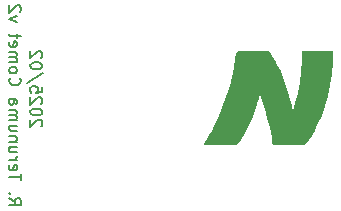
<source format=gbr>
%TF.GenerationSoftware,KiCad,Pcbnew,8.0.4-8.0.4-0~ubuntu22.04.1*%
%TF.CreationDate,2025-02-28T00:25:37+09:00*%
%TF.ProjectId,main,6d61696e-2e6b-4696-9361-645f70636258,rev?*%
%TF.SameCoordinates,Original*%
%TF.FileFunction,Legend,Bot*%
%TF.FilePolarity,Positive*%
%FSLAX46Y46*%
G04 Gerber Fmt 4.6, Leading zero omitted, Abs format (unit mm)*
G04 Created by KiCad (PCBNEW 8.0.4-8.0.4-0~ubuntu22.04.1) date 2025-02-28 00:25:37*
%MOMM*%
%LPD*%
G01*
G04 APERTURE LIST*
%ADD10C,0.150000*%
%ADD11C,0.000000*%
%ADD12C,1.100000*%
%ADD13C,0.600000*%
%ADD14R,0.900000X2.100000*%
%ADD15R,0.700000X1.500000*%
%ADD16O,1.000000X1.000000*%
%ADD17R,1.000000X1.000000*%
%ADD18O,0.850000X0.850000*%
%ADD19R,0.850000X0.850000*%
%ADD20O,2.500000X1.800000*%
G04 APERTURE END LIST*
D10*
X137084942Y-99960839D02*
X137132561Y-99913220D01*
X137132561Y-99913220D02*
X137180180Y-99817982D01*
X137180180Y-99817982D02*
X137180180Y-99579887D01*
X137180180Y-99579887D02*
X137132561Y-99484649D01*
X137132561Y-99484649D02*
X137084942Y-99437030D01*
X137084942Y-99437030D02*
X136989704Y-99389411D01*
X136989704Y-99389411D02*
X136894466Y-99389411D01*
X136894466Y-99389411D02*
X136751609Y-99437030D01*
X136751609Y-99437030D02*
X136180180Y-100008458D01*
X136180180Y-100008458D02*
X136180180Y-99389411D01*
X137180180Y-98770363D02*
X137180180Y-98675125D01*
X137180180Y-98675125D02*
X137132561Y-98579887D01*
X137132561Y-98579887D02*
X137084942Y-98532268D01*
X137084942Y-98532268D02*
X136989704Y-98484649D01*
X136989704Y-98484649D02*
X136799228Y-98437030D01*
X136799228Y-98437030D02*
X136561133Y-98437030D01*
X136561133Y-98437030D02*
X136370657Y-98484649D01*
X136370657Y-98484649D02*
X136275419Y-98532268D01*
X136275419Y-98532268D02*
X136227800Y-98579887D01*
X136227800Y-98579887D02*
X136180180Y-98675125D01*
X136180180Y-98675125D02*
X136180180Y-98770363D01*
X136180180Y-98770363D02*
X136227800Y-98865601D01*
X136227800Y-98865601D02*
X136275419Y-98913220D01*
X136275419Y-98913220D02*
X136370657Y-98960839D01*
X136370657Y-98960839D02*
X136561133Y-99008458D01*
X136561133Y-99008458D02*
X136799228Y-99008458D01*
X136799228Y-99008458D02*
X136989704Y-98960839D01*
X136989704Y-98960839D02*
X137084942Y-98913220D01*
X137084942Y-98913220D02*
X137132561Y-98865601D01*
X137132561Y-98865601D02*
X137180180Y-98770363D01*
X137084942Y-98056077D02*
X137132561Y-98008458D01*
X137132561Y-98008458D02*
X137180180Y-97913220D01*
X137180180Y-97913220D02*
X137180180Y-97675125D01*
X137180180Y-97675125D02*
X137132561Y-97579887D01*
X137132561Y-97579887D02*
X137084942Y-97532268D01*
X137084942Y-97532268D02*
X136989704Y-97484649D01*
X136989704Y-97484649D02*
X136894466Y-97484649D01*
X136894466Y-97484649D02*
X136751609Y-97532268D01*
X136751609Y-97532268D02*
X136180180Y-98103696D01*
X136180180Y-98103696D02*
X136180180Y-97484649D01*
X137180180Y-96579887D02*
X137180180Y-97056077D01*
X137180180Y-97056077D02*
X136703990Y-97103696D01*
X136703990Y-97103696D02*
X136751609Y-97056077D01*
X136751609Y-97056077D02*
X136799228Y-96960839D01*
X136799228Y-96960839D02*
X136799228Y-96722744D01*
X136799228Y-96722744D02*
X136751609Y-96627506D01*
X136751609Y-96627506D02*
X136703990Y-96579887D01*
X136703990Y-96579887D02*
X136608752Y-96532268D01*
X136608752Y-96532268D02*
X136370657Y-96532268D01*
X136370657Y-96532268D02*
X136275419Y-96579887D01*
X136275419Y-96579887D02*
X136227800Y-96627506D01*
X136227800Y-96627506D02*
X136180180Y-96722744D01*
X136180180Y-96722744D02*
X136180180Y-96960839D01*
X136180180Y-96960839D02*
X136227800Y-97056077D01*
X136227800Y-97056077D02*
X136275419Y-97103696D01*
X137227800Y-95389411D02*
X135942085Y-96246553D01*
X137180180Y-94865601D02*
X137180180Y-94770363D01*
X137180180Y-94770363D02*
X137132561Y-94675125D01*
X137132561Y-94675125D02*
X137084942Y-94627506D01*
X137084942Y-94627506D02*
X136989704Y-94579887D01*
X136989704Y-94579887D02*
X136799228Y-94532268D01*
X136799228Y-94532268D02*
X136561133Y-94532268D01*
X136561133Y-94532268D02*
X136370657Y-94579887D01*
X136370657Y-94579887D02*
X136275419Y-94627506D01*
X136275419Y-94627506D02*
X136227800Y-94675125D01*
X136227800Y-94675125D02*
X136180180Y-94770363D01*
X136180180Y-94770363D02*
X136180180Y-94865601D01*
X136180180Y-94865601D02*
X136227800Y-94960839D01*
X136227800Y-94960839D02*
X136275419Y-95008458D01*
X136275419Y-95008458D02*
X136370657Y-95056077D01*
X136370657Y-95056077D02*
X136561133Y-95103696D01*
X136561133Y-95103696D02*
X136799228Y-95103696D01*
X136799228Y-95103696D02*
X136989704Y-95056077D01*
X136989704Y-95056077D02*
X137084942Y-95008458D01*
X137084942Y-95008458D02*
X137132561Y-94960839D01*
X137132561Y-94960839D02*
X137180180Y-94865601D01*
X137084942Y-94151315D02*
X137132561Y-94103696D01*
X137132561Y-94103696D02*
X137180180Y-94008458D01*
X137180180Y-94008458D02*
X137180180Y-93770363D01*
X137180180Y-93770363D02*
X137132561Y-93675125D01*
X137132561Y-93675125D02*
X137084942Y-93627506D01*
X137084942Y-93627506D02*
X136989704Y-93579887D01*
X136989704Y-93579887D02*
X136894466Y-93579887D01*
X136894466Y-93579887D02*
X136751609Y-93627506D01*
X136751609Y-93627506D02*
X136180180Y-94198934D01*
X136180180Y-94198934D02*
X136180180Y-93579887D01*
X134380180Y-106041792D02*
X134856371Y-106375125D01*
X134380180Y-106613220D02*
X135380180Y-106613220D01*
X135380180Y-106613220D02*
X135380180Y-106232268D01*
X135380180Y-106232268D02*
X135332561Y-106137030D01*
X135332561Y-106137030D02*
X135284942Y-106089411D01*
X135284942Y-106089411D02*
X135189704Y-106041792D01*
X135189704Y-106041792D02*
X135046847Y-106041792D01*
X135046847Y-106041792D02*
X134951609Y-106089411D01*
X134951609Y-106089411D02*
X134903990Y-106137030D01*
X134903990Y-106137030D02*
X134856371Y-106232268D01*
X134856371Y-106232268D02*
X134856371Y-106613220D01*
X134475419Y-105613220D02*
X134427800Y-105565601D01*
X134427800Y-105565601D02*
X134380180Y-105613220D01*
X134380180Y-105613220D02*
X134427800Y-105660839D01*
X134427800Y-105660839D02*
X134475419Y-105613220D01*
X134475419Y-105613220D02*
X134380180Y-105613220D01*
X135380180Y-104517982D02*
X135380180Y-103946554D01*
X134380180Y-104232268D02*
X135380180Y-104232268D01*
X134427800Y-103232268D02*
X134380180Y-103327506D01*
X134380180Y-103327506D02*
X134380180Y-103517982D01*
X134380180Y-103517982D02*
X134427800Y-103613220D01*
X134427800Y-103613220D02*
X134523038Y-103660839D01*
X134523038Y-103660839D02*
X134903990Y-103660839D01*
X134903990Y-103660839D02*
X134999228Y-103613220D01*
X134999228Y-103613220D02*
X135046847Y-103517982D01*
X135046847Y-103517982D02*
X135046847Y-103327506D01*
X135046847Y-103327506D02*
X134999228Y-103232268D01*
X134999228Y-103232268D02*
X134903990Y-103184649D01*
X134903990Y-103184649D02*
X134808752Y-103184649D01*
X134808752Y-103184649D02*
X134713514Y-103660839D01*
X134380180Y-102756077D02*
X135046847Y-102756077D01*
X134856371Y-102756077D02*
X134951609Y-102708458D01*
X134951609Y-102708458D02*
X134999228Y-102660839D01*
X134999228Y-102660839D02*
X135046847Y-102565601D01*
X135046847Y-102565601D02*
X135046847Y-102470363D01*
X135046847Y-101708458D02*
X134380180Y-101708458D01*
X135046847Y-102137029D02*
X134523038Y-102137029D01*
X134523038Y-102137029D02*
X134427800Y-102089410D01*
X134427800Y-102089410D02*
X134380180Y-101994172D01*
X134380180Y-101994172D02*
X134380180Y-101851315D01*
X134380180Y-101851315D02*
X134427800Y-101756077D01*
X134427800Y-101756077D02*
X134475419Y-101708458D01*
X135046847Y-101232267D02*
X134380180Y-101232267D01*
X134951609Y-101232267D02*
X134999228Y-101184648D01*
X134999228Y-101184648D02*
X135046847Y-101089410D01*
X135046847Y-101089410D02*
X135046847Y-100946553D01*
X135046847Y-100946553D02*
X134999228Y-100851315D01*
X134999228Y-100851315D02*
X134903990Y-100803696D01*
X134903990Y-100803696D02*
X134380180Y-100803696D01*
X135046847Y-99898934D02*
X134380180Y-99898934D01*
X135046847Y-100327505D02*
X134523038Y-100327505D01*
X134523038Y-100327505D02*
X134427800Y-100279886D01*
X134427800Y-100279886D02*
X134380180Y-100184648D01*
X134380180Y-100184648D02*
X134380180Y-100041791D01*
X134380180Y-100041791D02*
X134427800Y-99946553D01*
X134427800Y-99946553D02*
X134475419Y-99898934D01*
X134380180Y-99422743D02*
X135046847Y-99422743D01*
X134951609Y-99422743D02*
X134999228Y-99375124D01*
X134999228Y-99375124D02*
X135046847Y-99279886D01*
X135046847Y-99279886D02*
X135046847Y-99137029D01*
X135046847Y-99137029D02*
X134999228Y-99041791D01*
X134999228Y-99041791D02*
X134903990Y-98994172D01*
X134903990Y-98994172D02*
X134380180Y-98994172D01*
X134903990Y-98994172D02*
X134999228Y-98946553D01*
X134999228Y-98946553D02*
X135046847Y-98851315D01*
X135046847Y-98851315D02*
X135046847Y-98708458D01*
X135046847Y-98708458D02*
X134999228Y-98613219D01*
X134999228Y-98613219D02*
X134903990Y-98565600D01*
X134903990Y-98565600D02*
X134380180Y-98565600D01*
X134380180Y-97660839D02*
X134903990Y-97660839D01*
X134903990Y-97660839D02*
X134999228Y-97708458D01*
X134999228Y-97708458D02*
X135046847Y-97803696D01*
X135046847Y-97803696D02*
X135046847Y-97994172D01*
X135046847Y-97994172D02*
X134999228Y-98089410D01*
X134427800Y-97660839D02*
X134380180Y-97756077D01*
X134380180Y-97756077D02*
X134380180Y-97994172D01*
X134380180Y-97994172D02*
X134427800Y-98089410D01*
X134427800Y-98089410D02*
X134523038Y-98137029D01*
X134523038Y-98137029D02*
X134618276Y-98137029D01*
X134618276Y-98137029D02*
X134713514Y-98089410D01*
X134713514Y-98089410D02*
X134761133Y-97994172D01*
X134761133Y-97994172D02*
X134761133Y-97756077D01*
X134761133Y-97756077D02*
X134808752Y-97660839D01*
X134475419Y-95851315D02*
X134427800Y-95898934D01*
X134427800Y-95898934D02*
X134380180Y-96041791D01*
X134380180Y-96041791D02*
X134380180Y-96137029D01*
X134380180Y-96137029D02*
X134427800Y-96279886D01*
X134427800Y-96279886D02*
X134523038Y-96375124D01*
X134523038Y-96375124D02*
X134618276Y-96422743D01*
X134618276Y-96422743D02*
X134808752Y-96470362D01*
X134808752Y-96470362D02*
X134951609Y-96470362D01*
X134951609Y-96470362D02*
X135142085Y-96422743D01*
X135142085Y-96422743D02*
X135237323Y-96375124D01*
X135237323Y-96375124D02*
X135332561Y-96279886D01*
X135332561Y-96279886D02*
X135380180Y-96137029D01*
X135380180Y-96137029D02*
X135380180Y-96041791D01*
X135380180Y-96041791D02*
X135332561Y-95898934D01*
X135332561Y-95898934D02*
X135284942Y-95851315D01*
X134380180Y-95279886D02*
X134427800Y-95375124D01*
X134427800Y-95375124D02*
X134475419Y-95422743D01*
X134475419Y-95422743D02*
X134570657Y-95470362D01*
X134570657Y-95470362D02*
X134856371Y-95470362D01*
X134856371Y-95470362D02*
X134951609Y-95422743D01*
X134951609Y-95422743D02*
X134999228Y-95375124D01*
X134999228Y-95375124D02*
X135046847Y-95279886D01*
X135046847Y-95279886D02*
X135046847Y-95137029D01*
X135046847Y-95137029D02*
X134999228Y-95041791D01*
X134999228Y-95041791D02*
X134951609Y-94994172D01*
X134951609Y-94994172D02*
X134856371Y-94946553D01*
X134856371Y-94946553D02*
X134570657Y-94946553D01*
X134570657Y-94946553D02*
X134475419Y-94994172D01*
X134475419Y-94994172D02*
X134427800Y-95041791D01*
X134427800Y-95041791D02*
X134380180Y-95137029D01*
X134380180Y-95137029D02*
X134380180Y-95279886D01*
X134380180Y-94517981D02*
X135046847Y-94517981D01*
X134951609Y-94517981D02*
X134999228Y-94470362D01*
X134999228Y-94470362D02*
X135046847Y-94375124D01*
X135046847Y-94375124D02*
X135046847Y-94232267D01*
X135046847Y-94232267D02*
X134999228Y-94137029D01*
X134999228Y-94137029D02*
X134903990Y-94089410D01*
X134903990Y-94089410D02*
X134380180Y-94089410D01*
X134903990Y-94089410D02*
X134999228Y-94041791D01*
X134999228Y-94041791D02*
X135046847Y-93946553D01*
X135046847Y-93946553D02*
X135046847Y-93803696D01*
X135046847Y-93803696D02*
X134999228Y-93708457D01*
X134999228Y-93708457D02*
X134903990Y-93660838D01*
X134903990Y-93660838D02*
X134380180Y-93660838D01*
X134427800Y-92803696D02*
X134380180Y-92898934D01*
X134380180Y-92898934D02*
X134380180Y-93089410D01*
X134380180Y-93089410D02*
X134427800Y-93184648D01*
X134427800Y-93184648D02*
X134523038Y-93232267D01*
X134523038Y-93232267D02*
X134903990Y-93232267D01*
X134903990Y-93232267D02*
X134999228Y-93184648D01*
X134999228Y-93184648D02*
X135046847Y-93089410D01*
X135046847Y-93089410D02*
X135046847Y-92898934D01*
X135046847Y-92898934D02*
X134999228Y-92803696D01*
X134999228Y-92803696D02*
X134903990Y-92756077D01*
X134903990Y-92756077D02*
X134808752Y-92756077D01*
X134808752Y-92756077D02*
X134713514Y-93232267D01*
X135046847Y-92470362D02*
X135046847Y-92089410D01*
X135380180Y-92327505D02*
X134523038Y-92327505D01*
X134523038Y-92327505D02*
X134427800Y-92279886D01*
X134427800Y-92279886D02*
X134380180Y-92184648D01*
X134380180Y-92184648D02*
X134380180Y-92089410D01*
X135046847Y-91089409D02*
X134380180Y-90851314D01*
X134380180Y-90851314D02*
X135046847Y-90613219D01*
X135284942Y-90279885D02*
X135332561Y-90232266D01*
X135332561Y-90232266D02*
X135380180Y-90137028D01*
X135380180Y-90137028D02*
X135380180Y-89898933D01*
X135380180Y-89898933D02*
X135332561Y-89803695D01*
X135332561Y-89803695D02*
X135284942Y-89756076D01*
X135284942Y-89756076D02*
X135189704Y-89708457D01*
X135189704Y-89708457D02*
X135094466Y-89708457D01*
X135094466Y-89708457D02*
X134951609Y-89756076D01*
X134951609Y-89756076D02*
X134380180Y-90327504D01*
X134380180Y-90327504D02*
X134380180Y-89708457D01*
D11*
%TO.C,G\u002A\u002A\u002A*%
G36*
X161815632Y-94326588D02*
G01*
X161805621Y-94584886D01*
X161729937Y-95541212D01*
X161595138Y-96476355D01*
X161402837Y-97383557D01*
X161154637Y-98256060D01*
X160852148Y-99087108D01*
X160496976Y-99869941D01*
X160250267Y-100335514D01*
X160008579Y-100741005D01*
X159777543Y-101075633D01*
X159558153Y-101337851D01*
X159367455Y-101539512D01*
X158029859Y-101539512D01*
X156692264Y-101539512D01*
X156668265Y-101361300D01*
X156604986Y-100923353D01*
X156447532Y-100037502D01*
X156258081Y-99211296D01*
X156035095Y-98438436D01*
X155777036Y-97712629D01*
X155622615Y-97318685D01*
X155586779Y-97450000D01*
X155545443Y-97592273D01*
X155473603Y-97820397D01*
X155385654Y-98086011D01*
X155287901Y-98371065D01*
X155186651Y-98657509D01*
X155088206Y-98927295D01*
X154998873Y-99162368D01*
X154924956Y-99344682D01*
X154768508Y-99693343D01*
X154520101Y-100195184D01*
X154253013Y-100682947D01*
X153983058Y-101126716D01*
X153716296Y-101539512D01*
X152252205Y-101539512D01*
X150788115Y-101539512D01*
X150847161Y-101455096D01*
X150944031Y-101311705D01*
X151127550Y-101019478D01*
X151325458Y-100682451D01*
X151529129Y-100316295D01*
X151729940Y-99936681D01*
X151919264Y-99559280D01*
X152088477Y-99199761D01*
X152343708Y-98613174D01*
X152618190Y-97914338D01*
X152855291Y-97221443D01*
X153059561Y-96518584D01*
X153235551Y-95789850D01*
X153387808Y-95019337D01*
X153520883Y-94191135D01*
X153536688Y-94087088D01*
X153576710Y-93870515D01*
X153616960Y-93722325D01*
X153658628Y-93637738D01*
X153729153Y-93548080D01*
X154973919Y-93548592D01*
X155169364Y-93548954D01*
X155458690Y-93550562D01*
X155720681Y-93553293D01*
X155945793Y-93556979D01*
X156124487Y-93561452D01*
X156247224Y-93566543D01*
X156304464Y-93572083D01*
X156350881Y-93601595D01*
X156435418Y-93693249D01*
X156542640Y-93836896D01*
X156667318Y-94023560D01*
X156804231Y-94244260D01*
X156948146Y-94490018D01*
X157093842Y-94751855D01*
X157236090Y-95020794D01*
X157369665Y-95287854D01*
X157489340Y-95544059D01*
X157589889Y-95780428D01*
X157858579Y-96519252D01*
X158111212Y-97371316D01*
X158317399Y-98256647D01*
X158400884Y-98669350D01*
X158517165Y-98311181D01*
X158614479Y-97995248D01*
X158827499Y-97151399D01*
X158988679Y-96258735D01*
X159097278Y-95321852D01*
X159152563Y-94345347D01*
X159175310Y-93548080D01*
X160507253Y-93548080D01*
X161839196Y-93548080D01*
X161815632Y-94326588D01*
G37*
%TD*%
%LPC*%
D12*
%TO.C,D12*%
X179746376Y-82255334D03*
X179525000Y-79725000D03*
%TD*%
%TO.C,D14*%
X192234315Y-92349509D03*
X190288563Y-90716829D03*
%TD*%
%TO.C,D15*%
X190379248Y-102932680D03*
X192325000Y-101300000D03*
%TD*%
%TO.C,Q1*%
X194622879Y-94266339D03*
X193649999Y-93449999D03*
%TD*%
%TO.C,D13*%
X180089312Y-115090167D03*
X180310688Y-112559833D03*
%TD*%
D13*
%TO.C,U4*%
X142400000Y-96375000D03*
X142400000Y-97375000D03*
X142400000Y-98375000D03*
%TD*%
D14*
%TO.C,J2*%
X159175000Y-120325000D03*
D15*
X161175000Y-119625000D03*
X163175000Y-119625000D03*
D14*
X165175000Y-120325000D03*
%TD*%
D16*
%TO.C,J8*%
X145160000Y-82625000D03*
X145160001Y-81355000D03*
X146430000Y-82625000D03*
X146430000Y-81355000D03*
X147700000Y-82625000D03*
X147700000Y-81355000D03*
X148970000Y-82625000D03*
X148969999Y-81355000D03*
X150240000Y-82625001D03*
D17*
X150240000Y-81355000D03*
%TD*%
D12*
%TO.C,Q4*%
X193627124Y-100141340D03*
X194600000Y-99325000D03*
%TD*%
%TO.C,Q5*%
X180146376Y-85330335D03*
X180035688Y-84065167D03*
%TD*%
D16*
%TO.C,J5*%
X149850000Y-105579999D03*
D17*
X149850000Y-106850000D03*
%TD*%
D18*
%TO.C,J9*%
X175000000Y-111250000D03*
D19*
X175000000Y-110250000D03*
%TD*%
D12*
%TO.C,Q6*%
X180489311Y-110790168D03*
X180600001Y-109525000D03*
%TD*%
D18*
%TO.C,J4*%
X146125000Y-93700000D03*
D19*
X146125000Y-92700000D03*
%TD*%
D18*
%TO.C,J3*%
X146250000Y-101825000D03*
D19*
X146250000Y-100825000D03*
%TD*%
D20*
%TO.C,J1*%
X161674600Y-104400000D03*
X167674600Y-104400000D03*
%TD*%
D14*
%TO.C,J7*%
X165175000Y-74525000D03*
D15*
X163175000Y-75225000D03*
X161175000Y-75225000D03*
D14*
X159175000Y-74525000D03*
%TD*%
D20*
%TO.C,J6*%
X167575400Y-90450000D03*
X161575400Y-90450000D03*
%TD*%
%LPD*%
M02*

</source>
